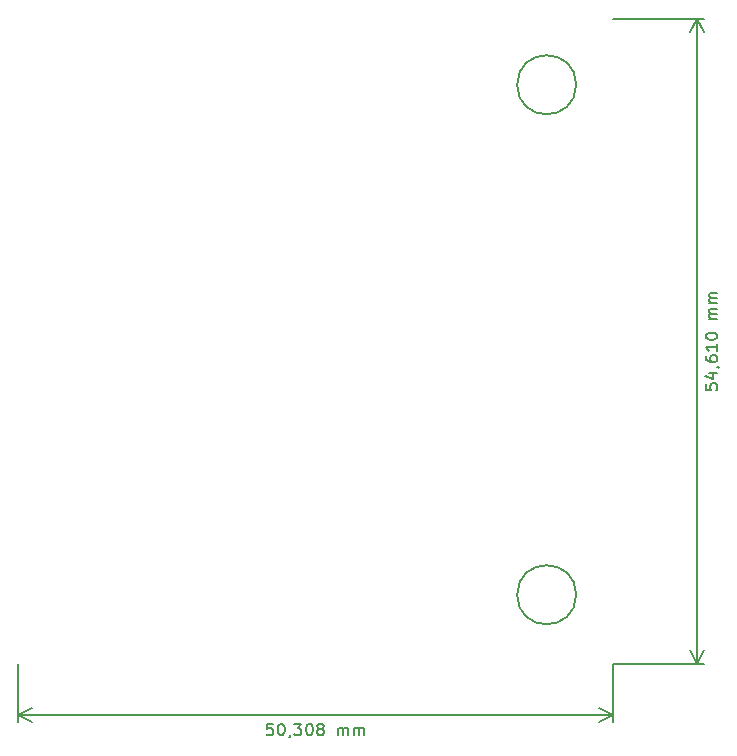
<source format=gbr>
%TF.GenerationSoftware,KiCad,Pcbnew,5.1.4-3.fc30*%
%TF.CreationDate,2019-10-13T13:52:24+02:00*%
%TF.ProjectId,bsd_programmer,6273645f-7072-46f6-9772-616d6d65722e,1.0*%
%TF.SameCoordinates,PX7eea3c0PY70276d0*%
%TF.FileFunction,Other,Comment*%
%FSLAX46Y46*%
G04 Gerber Fmt 4.6, Leading zero omitted, Abs format (unit mm)*
G04 Created by KiCad (PCBNEW 5.1.4-3.fc30) date 2019-10-13 13:52:24*
%MOMM*%
%LPD*%
G04 APERTURE LIST*
%ADD10C,0.150000*%
G04 APERTURE END LIST*
D10*
X58172380Y23685953D02*
X58172380Y23209762D01*
X58648571Y23162143D01*
X58600952Y23209762D01*
X58553333Y23305000D01*
X58553333Y23543096D01*
X58600952Y23638334D01*
X58648571Y23685953D01*
X58743809Y23733572D01*
X58981904Y23733572D01*
X59077142Y23685953D01*
X59124761Y23638334D01*
X59172380Y23543096D01*
X59172380Y23305000D01*
X59124761Y23209762D01*
X59077142Y23162143D01*
X58505714Y24590715D02*
X59172380Y24590715D01*
X58124761Y24352620D02*
X58839047Y24114524D01*
X58839047Y24733572D01*
X59124761Y25162143D02*
X59172380Y25162143D01*
X59267619Y25114524D01*
X59315238Y25066905D01*
X58172380Y26019286D02*
X58172380Y25828810D01*
X58220000Y25733572D01*
X58267619Y25685953D01*
X58410476Y25590715D01*
X58600952Y25543096D01*
X58981904Y25543096D01*
X59077142Y25590715D01*
X59124761Y25638334D01*
X59172380Y25733572D01*
X59172380Y25924048D01*
X59124761Y26019286D01*
X59077142Y26066905D01*
X58981904Y26114524D01*
X58743809Y26114524D01*
X58648571Y26066905D01*
X58600952Y26019286D01*
X58553333Y25924048D01*
X58553333Y25733572D01*
X58600952Y25638334D01*
X58648571Y25590715D01*
X58743809Y25543096D01*
X59172380Y27066905D02*
X59172380Y26495477D01*
X59172380Y26781191D02*
X58172380Y26781191D01*
X58315238Y26685953D01*
X58410476Y26590715D01*
X58458095Y26495477D01*
X58172380Y27685953D02*
X58172380Y27781191D01*
X58220000Y27876429D01*
X58267619Y27924048D01*
X58362857Y27971667D01*
X58553333Y28019286D01*
X58791428Y28019286D01*
X58981904Y27971667D01*
X59077142Y27924048D01*
X59124761Y27876429D01*
X59172380Y27781191D01*
X59172380Y27685953D01*
X59124761Y27590715D01*
X59077142Y27543096D01*
X58981904Y27495477D01*
X58791428Y27447858D01*
X58553333Y27447858D01*
X58362857Y27495477D01*
X58267619Y27543096D01*
X58220000Y27590715D01*
X58172380Y27685953D01*
X59172380Y29209762D02*
X58505714Y29209762D01*
X58600952Y29209762D02*
X58553333Y29257381D01*
X58505714Y29352620D01*
X58505714Y29495477D01*
X58553333Y29590715D01*
X58648571Y29638334D01*
X59172380Y29638334D01*
X58648571Y29638334D02*
X58553333Y29685953D01*
X58505714Y29781191D01*
X58505714Y29924048D01*
X58553333Y30019286D01*
X58648571Y30066905D01*
X59172380Y30066905D01*
X59172380Y30543096D02*
X58505714Y30543096D01*
X58600952Y30543096D02*
X58553333Y30590715D01*
X58505714Y30685953D01*
X58505714Y30828810D01*
X58553333Y30924048D01*
X58648571Y30971667D01*
X59172380Y30971667D01*
X58648571Y30971667D02*
X58553333Y31019286D01*
X58505714Y31114524D01*
X58505714Y31257381D01*
X58553333Y31352620D01*
X58648571Y31400239D01*
X59172380Y31400239D01*
X57420000Y0D02*
X57420000Y54610000D01*
X50308000Y0D02*
X58006421Y0D01*
X50308000Y54610000D02*
X58006421Y54610000D01*
X57420000Y54610000D02*
X58006421Y53483496D01*
X57420000Y54610000D02*
X56833579Y53483496D01*
X57420000Y0D02*
X58006421Y1126504D01*
X57420000Y0D02*
X56833579Y1126504D01*
X21534952Y-5070380D02*
X21058761Y-5070380D01*
X21011142Y-5546571D01*
X21058761Y-5498952D01*
X21154000Y-5451333D01*
X21392095Y-5451333D01*
X21487333Y-5498952D01*
X21534952Y-5546571D01*
X21582571Y-5641809D01*
X21582571Y-5879904D01*
X21534952Y-5975142D01*
X21487333Y-6022761D01*
X21392095Y-6070380D01*
X21154000Y-6070380D01*
X21058761Y-6022761D01*
X21011142Y-5975142D01*
X22201619Y-5070380D02*
X22296857Y-5070380D01*
X22392095Y-5118000D01*
X22439714Y-5165619D01*
X22487333Y-5260857D01*
X22534952Y-5451333D01*
X22534952Y-5689428D01*
X22487333Y-5879904D01*
X22439714Y-5975142D01*
X22392095Y-6022761D01*
X22296857Y-6070380D01*
X22201619Y-6070380D01*
X22106380Y-6022761D01*
X22058761Y-5975142D01*
X22011142Y-5879904D01*
X21963523Y-5689428D01*
X21963523Y-5451333D01*
X22011142Y-5260857D01*
X22058761Y-5165619D01*
X22106380Y-5118000D01*
X22201619Y-5070380D01*
X23011142Y-6022761D02*
X23011142Y-6070380D01*
X22963523Y-6165619D01*
X22915904Y-6213238D01*
X23344476Y-5070380D02*
X23963523Y-5070380D01*
X23630190Y-5451333D01*
X23773047Y-5451333D01*
X23868285Y-5498952D01*
X23915904Y-5546571D01*
X23963523Y-5641809D01*
X23963523Y-5879904D01*
X23915904Y-5975142D01*
X23868285Y-6022761D01*
X23773047Y-6070380D01*
X23487333Y-6070380D01*
X23392095Y-6022761D01*
X23344476Y-5975142D01*
X24582571Y-5070380D02*
X24677809Y-5070380D01*
X24773047Y-5118000D01*
X24820666Y-5165619D01*
X24868285Y-5260857D01*
X24915904Y-5451333D01*
X24915904Y-5689428D01*
X24868285Y-5879904D01*
X24820666Y-5975142D01*
X24773047Y-6022761D01*
X24677809Y-6070380D01*
X24582571Y-6070380D01*
X24487333Y-6022761D01*
X24439714Y-5975142D01*
X24392095Y-5879904D01*
X24344476Y-5689428D01*
X24344476Y-5451333D01*
X24392095Y-5260857D01*
X24439714Y-5165619D01*
X24487333Y-5118000D01*
X24582571Y-5070380D01*
X25487333Y-5498952D02*
X25392095Y-5451333D01*
X25344476Y-5403714D01*
X25296857Y-5308476D01*
X25296857Y-5260857D01*
X25344476Y-5165619D01*
X25392095Y-5118000D01*
X25487333Y-5070380D01*
X25677809Y-5070380D01*
X25773047Y-5118000D01*
X25820666Y-5165619D01*
X25868285Y-5260857D01*
X25868285Y-5308476D01*
X25820666Y-5403714D01*
X25773047Y-5451333D01*
X25677809Y-5498952D01*
X25487333Y-5498952D01*
X25392095Y-5546571D01*
X25344476Y-5594190D01*
X25296857Y-5689428D01*
X25296857Y-5879904D01*
X25344476Y-5975142D01*
X25392095Y-6022761D01*
X25487333Y-6070380D01*
X25677809Y-6070380D01*
X25773047Y-6022761D01*
X25820666Y-5975142D01*
X25868285Y-5879904D01*
X25868285Y-5689428D01*
X25820666Y-5594190D01*
X25773047Y-5546571D01*
X25677809Y-5498952D01*
X27058761Y-6070380D02*
X27058761Y-5403714D01*
X27058761Y-5498952D02*
X27106380Y-5451333D01*
X27201619Y-5403714D01*
X27344476Y-5403714D01*
X27439714Y-5451333D01*
X27487333Y-5546571D01*
X27487333Y-6070380D01*
X27487333Y-5546571D02*
X27534952Y-5451333D01*
X27630190Y-5403714D01*
X27773047Y-5403714D01*
X27868285Y-5451333D01*
X27915904Y-5546571D01*
X27915904Y-6070380D01*
X28392095Y-6070380D02*
X28392095Y-5403714D01*
X28392095Y-5498952D02*
X28439714Y-5451333D01*
X28534952Y-5403714D01*
X28677809Y-5403714D01*
X28773047Y-5451333D01*
X28820666Y-5546571D01*
X28820666Y-6070380D01*
X28820666Y-5546571D02*
X28868285Y-5451333D01*
X28963523Y-5403714D01*
X29106380Y-5403714D01*
X29201619Y-5451333D01*
X29249238Y-5546571D01*
X29249238Y-6070380D01*
X0Y-4318000D02*
X50308000Y-4318000D01*
X0Y0D02*
X0Y-4904421D01*
X50308000Y0D02*
X50308000Y-4904421D01*
X50308000Y-4318000D02*
X49181496Y-4904421D01*
X50308000Y-4318000D02*
X49181496Y-3731579D01*
X0Y-4318000D02*
X1126504Y-4904421D01*
X0Y-4318000D02*
X1126504Y-3731579D01*
%TO.C,H1*%
X47220000Y5842000D02*
G75*
G03X47220000Y5842000I-2500000J0D01*
G01*
X47220000Y49022000D02*
G75*
G03X47220000Y49022000I-2500000J0D01*
G01*
%TD*%
M02*

</source>
